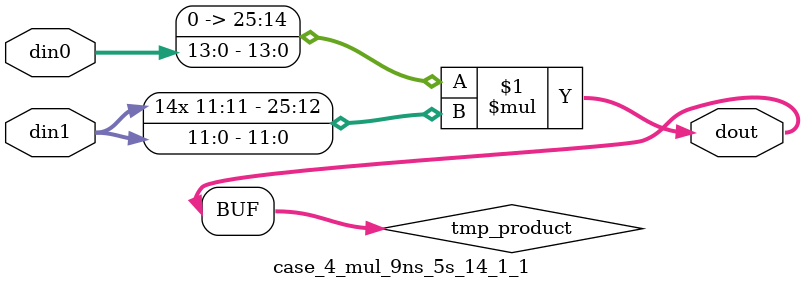
<source format=v>

`timescale 1 ns / 1 ps

 (* use_dsp = "no" *)  module case_4_mul_9ns_5s_14_1_1(din0, din1, dout);
parameter ID = 1;
parameter NUM_STAGE = 0;
parameter din0_WIDTH = 14;
parameter din1_WIDTH = 12;
parameter dout_WIDTH = 26;

input [din0_WIDTH - 1 : 0] din0; 
input [din1_WIDTH - 1 : 0] din1; 
output [dout_WIDTH - 1 : 0] dout;

wire signed [dout_WIDTH - 1 : 0] tmp_product;

























assign tmp_product = $signed({1'b0, din0}) * $signed(din1);










assign dout = tmp_product;





















endmodule

</source>
